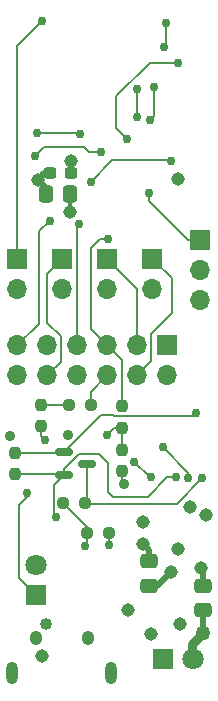
<source format=gbl>
G04 #@! TF.GenerationSoftware,KiCad,Pcbnew,8.0.5*
G04 #@! TF.CreationDate,2024-11-08T00:03:23+01:00*
G04 #@! TF.ProjectId,iot-opentherm,696f742d-6f70-4656-9e74-6865726d2e6b,rev?*
G04 #@! TF.SameCoordinates,Original*
G04 #@! TF.FileFunction,Copper,L4,Bot*
G04 #@! TF.FilePolarity,Positive*
%FSLAX46Y46*%
G04 Gerber Fmt 4.6, Leading zero omitted, Abs format (unit mm)*
G04 Created by KiCad (PCBNEW 8.0.5) date 2024-11-08 00:03:23*
%MOMM*%
%LPD*%
G01*
G04 APERTURE LIST*
G04 Aperture macros list*
%AMRoundRect*
0 Rectangle with rounded corners*
0 $1 Rounding radius*
0 $2 $3 $4 $5 $6 $7 $8 $9 X,Y pos of 4 corners*
0 Add a 4 corners polygon primitive as box body*
4,1,4,$2,$3,$4,$5,$6,$7,$8,$9,$2,$3,0*
0 Add four circle primitives for the rounded corners*
1,1,$1+$1,$2,$3*
1,1,$1+$1,$4,$5*
1,1,$1+$1,$6,$7*
1,1,$1+$1,$8,$9*
0 Add four rect primitives between the rounded corners*
20,1,$1+$1,$2,$3,$4,$5,0*
20,1,$1+$1,$4,$5,$6,$7,0*
20,1,$1+$1,$6,$7,$8,$9,0*
20,1,$1+$1,$8,$9,$2,$3,0*%
G04 Aperture macros list end*
G04 #@! TA.AperFunction,ComponentPad*
%ADD10R,1.700000X1.700000*%
G04 #@! TD*
G04 #@! TA.AperFunction,ComponentPad*
%ADD11O,1.700000X1.700000*%
G04 #@! TD*
G04 #@! TA.AperFunction,ComponentPad*
%ADD12O,1.000000X1.900000*%
G04 #@! TD*
G04 #@! TA.AperFunction,ComponentPad*
%ADD13O,1.050000X1.250000*%
G04 #@! TD*
G04 #@! TA.AperFunction,ComponentPad*
%ADD14R,1.800000X1.800000*%
G04 #@! TD*
G04 #@! TA.AperFunction,ComponentPad*
%ADD15C,1.800000*%
G04 #@! TD*
G04 #@! TA.AperFunction,SMDPad,CuDef*
%ADD16RoundRect,0.237500X-0.300000X-0.237500X0.300000X-0.237500X0.300000X0.237500X-0.300000X0.237500X0*%
G04 #@! TD*
G04 #@! TA.AperFunction,SMDPad,CuDef*
%ADD17RoundRect,0.237500X0.250000X0.237500X-0.250000X0.237500X-0.250000X-0.237500X0.250000X-0.237500X0*%
G04 #@! TD*
G04 #@! TA.AperFunction,SMDPad,CuDef*
%ADD18RoundRect,0.250000X-0.337500X-0.475000X0.337500X-0.475000X0.337500X0.475000X-0.337500X0.475000X0*%
G04 #@! TD*
G04 #@! TA.AperFunction,SMDPad,CuDef*
%ADD19RoundRect,0.250000X0.475000X-0.337500X0.475000X0.337500X-0.475000X0.337500X-0.475000X-0.337500X0*%
G04 #@! TD*
G04 #@! TA.AperFunction,SMDPad,CuDef*
%ADD20RoundRect,0.237500X-0.237500X0.250000X-0.237500X-0.250000X0.237500X-0.250000X0.237500X0.250000X0*%
G04 #@! TD*
G04 #@! TA.AperFunction,SMDPad,CuDef*
%ADD21RoundRect,0.237500X0.237500X-0.250000X0.237500X0.250000X-0.237500X0.250000X-0.237500X-0.250000X0*%
G04 #@! TD*
G04 #@! TA.AperFunction,SMDPad,CuDef*
%ADD22RoundRect,0.237500X-0.250000X-0.237500X0.250000X-0.237500X0.250000X0.237500X-0.250000X0.237500X0*%
G04 #@! TD*
G04 #@! TA.AperFunction,SMDPad,CuDef*
%ADD23RoundRect,0.150000X-0.587500X-0.150000X0.587500X-0.150000X0.587500X0.150000X-0.587500X0.150000X0*%
G04 #@! TD*
G04 #@! TA.AperFunction,SMDPad,CuDef*
%ADD24RoundRect,0.250000X-0.475000X0.337500X-0.475000X-0.337500X0.475000X-0.337500X0.475000X0.337500X0*%
G04 #@! TD*
G04 #@! TA.AperFunction,ViaPad*
%ADD25C,1.143000*%
G04 #@! TD*
G04 #@! TA.AperFunction,ViaPad*
%ADD26C,1.016000*%
G04 #@! TD*
G04 #@! TA.AperFunction,ViaPad*
%ADD27C,0.889000*%
G04 #@! TD*
G04 #@! TA.AperFunction,ViaPad*
%ADD28C,1.270000*%
G04 #@! TD*
G04 #@! TA.AperFunction,ViaPad*
%ADD29C,0.762000*%
G04 #@! TD*
G04 #@! TA.AperFunction,Conductor*
%ADD30C,0.203200*%
G04 #@! TD*
G04 #@! TA.AperFunction,Conductor*
%ADD31C,0.304800*%
G04 #@! TD*
G04 #@! TA.AperFunction,Conductor*
%ADD32C,0.508000*%
G04 #@! TD*
G04 #@! TA.AperFunction,Conductor*
%ADD33C,0.762000*%
G04 #@! TD*
G04 APERTURE END LIST*
D10*
X138684000Y-82931000D03*
D11*
X138684000Y-85471000D03*
X136144000Y-82931000D03*
X136144000Y-85471000D03*
X133604000Y-82931000D03*
X133604000Y-85471000D03*
X131064000Y-82931000D03*
X131064000Y-85471000D03*
X128524000Y-82931000D03*
X128524000Y-85471000D03*
X125984000Y-82931000D03*
X125984000Y-85471000D03*
D12*
X125573400Y-110693200D03*
D13*
X127523400Y-107693200D03*
X131973400Y-107693200D03*
D12*
X133923400Y-110693200D03*
D10*
X137414000Y-75636200D03*
D11*
X137414000Y-78176200D03*
D10*
X129794000Y-75636200D03*
D11*
X129794000Y-78176200D03*
D14*
X138277600Y-109474000D03*
D15*
X140817600Y-109474000D03*
D10*
X133604000Y-75636200D03*
D11*
X133604000Y-78176200D03*
D14*
X127584200Y-104114600D03*
D15*
X127584200Y-101574600D03*
D10*
X141478000Y-74041000D03*
D11*
X141478000Y-76581000D03*
X141478000Y-79121000D03*
D10*
X125984000Y-75636200D03*
D11*
X125984000Y-78176200D03*
D16*
X128779100Y-68376800D03*
X130504100Y-68376800D03*
D17*
X132196500Y-88011000D03*
X130371500Y-88011000D03*
D18*
X128400900Y-70154800D03*
X130475900Y-70154800D03*
D19*
X141698000Y-105380700D03*
X141698000Y-103305700D03*
D20*
X125823000Y-92051500D03*
X125823000Y-93876500D03*
D21*
X127982000Y-89812500D03*
X127982000Y-87987500D03*
D22*
X131895500Y-98806000D03*
X133720500Y-98806000D03*
D23*
X129965500Y-93914000D03*
X129965500Y-92014000D03*
X131840500Y-92964000D03*
D24*
X137126000Y-101222500D03*
X137126000Y-103297500D03*
D17*
X131688500Y-96266000D03*
X129863500Y-96266000D03*
D20*
X134840000Y-88114500D03*
X134840000Y-89939500D03*
X134840000Y-91797500D03*
X134840000Y-93622500D03*
D25*
X138963400Y-102133400D03*
D26*
X128422400Y-106578400D03*
D27*
X125399800Y-90657393D03*
D25*
X141528800Y-101803200D03*
X139547600Y-68884800D03*
X137312400Y-107391200D03*
X135382000Y-105359200D03*
X130454400Y-71628000D03*
X130505200Y-67310000D03*
X128108054Y-109252723D03*
D27*
X135001000Y-94665800D03*
D28*
X141732000Y-107340400D03*
D25*
X140559720Y-96615798D03*
X141960600Y-97332800D03*
X136601200Y-99771200D03*
D27*
X130302000Y-90500200D03*
D25*
X139776200Y-106578400D03*
X127711200Y-68935600D03*
X139547600Y-100152200D03*
X136626600Y-97942400D03*
D29*
X141071600Y-88696800D03*
X126796800Y-95453200D03*
X140462000Y-94183200D03*
X138303000Y-91567000D03*
X133731000Y-99847400D03*
X141655800Y-94208600D03*
X129286000Y-97510600D03*
X139395200Y-94132400D03*
X137312400Y-94132400D03*
X135890000Y-92811600D03*
X137109200Y-70053200D03*
X137515600Y-61112400D03*
X137210800Y-63855600D03*
X138582400Y-55676800D03*
X138379200Y-57708800D03*
X136144000Y-61264800D03*
X136144000Y-63652400D03*
X138988800Y-67310000D03*
X132181600Y-69088000D03*
X133045200Y-66548000D03*
X127511600Y-66900000D03*
X128727200Y-72390000D03*
X133680200Y-73964800D03*
X131267200Y-65074800D03*
X131216400Y-72694800D03*
X127660400Y-64973200D03*
X139573000Y-59004200D03*
X135280400Y-65481200D03*
X128066800Y-55524400D03*
X131673600Y-99923600D03*
X128320800Y-90982800D03*
X133553200Y-90525600D03*
D30*
X132196500Y-86878500D02*
X133604000Y-85471000D01*
X132196500Y-88011000D02*
X132196500Y-86878500D01*
X134840000Y-84167000D02*
X133604000Y-82931000D01*
X134840000Y-88114500D02*
X134840000Y-84167000D01*
D31*
X130504100Y-68376800D02*
X130504100Y-67311100D01*
D32*
X141698000Y-101972400D02*
X141528800Y-101803200D01*
X138963400Y-102133400D02*
X137799300Y-103297500D01*
D30*
X135001000Y-94665800D02*
X134840000Y-94504800D01*
X134840000Y-94504800D02*
X134840000Y-93622500D01*
D31*
X130475900Y-70154800D02*
X130475900Y-71606500D01*
D32*
X137799300Y-103297500D02*
X137126000Y-103297500D01*
D31*
X130475900Y-71606500D02*
X130454400Y-71628000D01*
D32*
X128108054Y-109252723D02*
X127981961Y-109378816D01*
D31*
X130504100Y-67311100D02*
X130505200Y-67310000D01*
D32*
X141698000Y-103305700D02*
X141698000Y-101972400D01*
D33*
X140804000Y-108217600D02*
X141681200Y-107340400D01*
X141681200Y-107340400D02*
X141732000Y-107340400D01*
D32*
X141698000Y-107306400D02*
X141732000Y-107340400D01*
D33*
X140804000Y-109474000D02*
X140804000Y-108217600D01*
D32*
X141698000Y-105380700D02*
X141698000Y-107306400D01*
X128400900Y-70154800D02*
X128400900Y-69625300D01*
X137126000Y-100296000D02*
X136601200Y-99771200D01*
X128779100Y-68376800D02*
X128270000Y-68376800D01*
X128400900Y-69625300D02*
X127711200Y-68935600D01*
X137126000Y-101222500D02*
X137126000Y-100296000D01*
X128270000Y-68376800D02*
X127711200Y-68935600D01*
D30*
X134153226Y-88906800D02*
X140861600Y-88906800D01*
X129965500Y-92014000D02*
X133104900Y-88874600D01*
X140861600Y-88906800D02*
X141071600Y-88696800D01*
X125823000Y-92051500D02*
X129928000Y-92051500D01*
X134121026Y-88874600D02*
X134153226Y-88906800D01*
X129928000Y-92051500D02*
X129965500Y-92014000D01*
X133104900Y-88874600D02*
X134121026Y-88874600D01*
X126085600Y-102616000D02*
X127584200Y-104114600D01*
X126796800Y-95453200D02*
X126796800Y-95758000D01*
X126796800Y-95758000D02*
X126085600Y-96469200D01*
X126085600Y-96469200D02*
X126085600Y-102616000D01*
X140462000Y-93726000D02*
X140462000Y-94183200D01*
X138303000Y-91567000D02*
X140462000Y-93726000D01*
X133731000Y-99847400D02*
X133731000Y-98816500D01*
X133731000Y-98816500D02*
X133720500Y-98806000D01*
X139496800Y-96367600D02*
X131790100Y-96367600D01*
X141655800Y-94208600D02*
X139496800Y-96367600D01*
X131840500Y-96114000D02*
X131688500Y-96266000D01*
X131790100Y-96367600D02*
X131688500Y-96266000D01*
X131840500Y-92964000D02*
X131840500Y-96114000D01*
X129286000Y-97510600D02*
X129071200Y-97295800D01*
X133654800Y-95351600D02*
X133654800Y-92913200D01*
X138684000Y-94132400D02*
X137058400Y-95758000D01*
X134061200Y-95758000D02*
X133654800Y-95351600D01*
X133654800Y-92913200D02*
X132892800Y-92151200D01*
X125823000Y-93876500D02*
X129928000Y-93876500D01*
X129071200Y-94808300D02*
X129965500Y-93914000D01*
X129071200Y-97295800D02*
X129071200Y-94808300D01*
X129928000Y-93876500D02*
X129965500Y-93914000D01*
X131213142Y-92151200D02*
X129965500Y-93398842D01*
X129965500Y-93398842D02*
X129965500Y-93914000D01*
X132892800Y-92151200D02*
X131213142Y-92151200D01*
X139395200Y-94132400D02*
X138684000Y-94132400D01*
X137058400Y-95758000D02*
X134061200Y-95758000D01*
X137210800Y-94132400D02*
X135890000Y-92811600D01*
X137312400Y-94132400D02*
X137210800Y-94132400D01*
X138582400Y-57505600D02*
X138379200Y-57708800D01*
X138582400Y-55676800D02*
X138582400Y-57505600D01*
X137515600Y-63550800D02*
X137210800Y-63855600D01*
X140436600Y-74041000D02*
X141478000Y-74041000D01*
X137109200Y-70053200D02*
X137109200Y-70713600D01*
X137109200Y-70713600D02*
X140436600Y-74041000D01*
X137515600Y-61112400D02*
X137515600Y-63550800D01*
X136144000Y-61264800D02*
X136144000Y-63652400D01*
X138988800Y-67310000D02*
X138938000Y-67259200D01*
X128524000Y-76906200D02*
X128524000Y-81026000D01*
X129794000Y-75636200D02*
X128524000Y-76906200D01*
X129678800Y-82180800D02*
X128524000Y-81026000D01*
X129678800Y-84316200D02*
X129678800Y-82180800D01*
X128524000Y-85471000D02*
X129678800Y-84316200D01*
X134010400Y-67259200D02*
X132181600Y-69088000D01*
X138938000Y-67259200D02*
X134010400Y-67259200D01*
X133604000Y-75636200D02*
X136144000Y-78176200D01*
X136144000Y-78176200D02*
X136144000Y-82931000D01*
X127511600Y-66900000D02*
X128270000Y-66141600D01*
X132029200Y-66548000D02*
X133045200Y-66548000D01*
X131622800Y-66141600D02*
X132029200Y-66548000D01*
X128270000Y-66141600D02*
X131622800Y-66141600D01*
X127812800Y-73304400D02*
X127812800Y-81102200D01*
X127812800Y-81102200D02*
X125984000Y-82931000D01*
X128727200Y-72390000D02*
X127812800Y-73304400D01*
X132218800Y-81545800D02*
X133604000Y-82931000D01*
X132965800Y-73964800D02*
X132218800Y-74711800D01*
X132196500Y-88011000D02*
X132334000Y-87873500D01*
X133680200Y-73964800D02*
X132965800Y-73964800D01*
X132218800Y-74711800D02*
X132218800Y-81545800D01*
X127660400Y-64973200D02*
X131165600Y-64973200D01*
X131064000Y-72847200D02*
X131064000Y-82931000D01*
X131216400Y-72694800D02*
X131064000Y-72847200D01*
X131165600Y-64973200D02*
X131267200Y-65074800D01*
X135280400Y-65481200D02*
X134366000Y-64566800D01*
X134366000Y-61874400D02*
X137236200Y-59004200D01*
X137236200Y-59004200D02*
X139573000Y-59004200D01*
X134366000Y-64566800D02*
X134366000Y-61874400D01*
X137414000Y-75636200D02*
X139039600Y-77261800D01*
X137312400Y-81942200D02*
X137312400Y-84302600D01*
X139039600Y-80215000D02*
X137312400Y-81942200D01*
X139039600Y-77261800D02*
X139039600Y-80215000D01*
X137312400Y-84302600D02*
X136144000Y-85471000D01*
X125984000Y-57607200D02*
X125984000Y-75636200D01*
X128066800Y-55524400D02*
X125984000Y-57607200D01*
X131895500Y-98298000D02*
X129863500Y-96266000D01*
X131895500Y-99701700D02*
X131895500Y-98806000D01*
X131673600Y-99923600D02*
X131895500Y-99701700D01*
X131895500Y-98806000D02*
X131895500Y-98298000D01*
X127982000Y-90644000D02*
X127982000Y-89812500D01*
X128320800Y-90982800D02*
X127982000Y-90644000D01*
X127982000Y-87987500D02*
X130348000Y-87987500D01*
X130348000Y-87987500D02*
X130371500Y-88011000D01*
X133553200Y-90525600D02*
X134139300Y-89939500D01*
X134840000Y-91797500D02*
X134840000Y-89939500D01*
X134139300Y-89939500D02*
X134840000Y-89939500D01*
M02*

</source>
